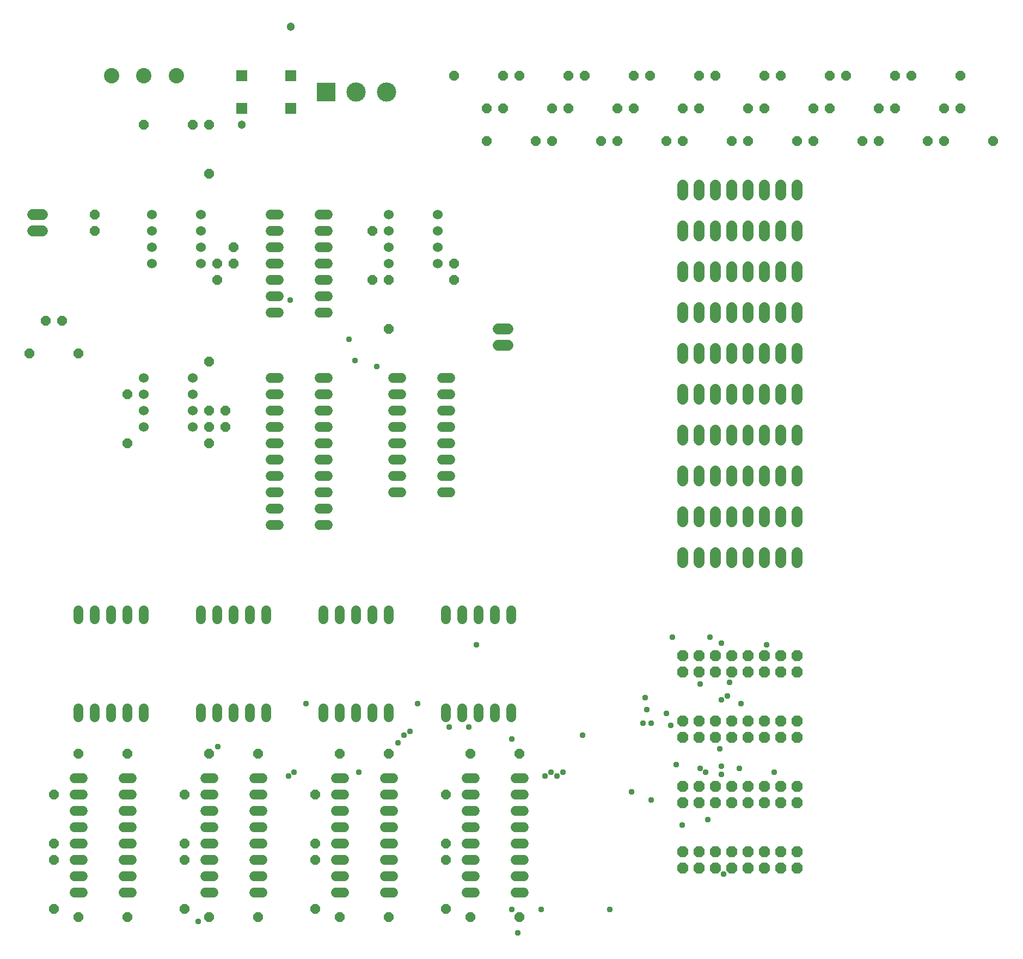
<source format=gbr>
G04 EAGLE Gerber RS-274X export*
G75*
%MOMM*%
%FSLAX34Y34*%
%LPD*%
%INSoldermask Top*%
%IPPOS*%
%AMOC8*
5,1,8,0,0,1.08239X$1,22.5*%
G01*
%ADD10P,1.649562X8X292.500000*%
%ADD11P,1.649562X8X202.500000*%
%ADD12P,1.649562X8X112.500000*%
%ADD13C,1.524000*%
%ADD14P,1.649562X8X22.500000*%
%ADD15C,1.524000*%
%ADD16C,2.387600*%
%ADD17R,1.703200X1.703200*%
%ADD18C,1.303200*%
%ADD19R,2.984500X2.984500*%
%ADD20C,2.984500*%
%ADD21C,1.727200*%
%ADD22P,1.869504X8X202.500000*%
%ADD23C,0.959600*%


D10*
X520700Y254000D03*
X520700Y177800D03*
D11*
X431800Y419100D03*
X355600Y419100D03*
D12*
X317500Y279400D03*
X317500Y355600D03*
X317500Y177800D03*
X317500Y254000D03*
D11*
X228600Y165100D03*
X152400Y165100D03*
X228600Y419100D03*
X152400Y419100D03*
D12*
X114300Y279400D03*
X114300Y355600D03*
X114300Y177800D03*
X114300Y254000D03*
X520700Y279400D03*
X520700Y355600D03*
D11*
X635000Y419100D03*
X558800Y419100D03*
D12*
X723900Y177800D03*
X723900Y254000D03*
D11*
X635000Y165100D03*
X558800Y165100D03*
D12*
X723900Y279400D03*
X723900Y355600D03*
D11*
X838200Y419100D03*
X762000Y419100D03*
X838200Y165100D03*
X762000Y165100D03*
X431800Y165100D03*
X355600Y165100D03*
D13*
X723900Y475996D02*
X723900Y489204D01*
X749300Y489204D02*
X749300Y475996D01*
X774700Y475996D02*
X774700Y489204D01*
X800100Y489204D02*
X800100Y475996D01*
X825500Y475996D02*
X825500Y489204D01*
X825500Y628396D02*
X825500Y641604D01*
X800100Y641604D02*
X800100Y628396D01*
X774700Y628396D02*
X774700Y641604D01*
X749300Y641604D02*
X749300Y628396D01*
X723900Y628396D02*
X723900Y641604D01*
X533400Y489204D02*
X533400Y475996D01*
X558800Y475996D02*
X558800Y489204D01*
X584200Y489204D02*
X584200Y475996D01*
X609600Y475996D02*
X609600Y489204D01*
X635000Y489204D02*
X635000Y475996D01*
X635000Y628396D02*
X635000Y641604D01*
X609600Y641604D02*
X609600Y628396D01*
X584200Y628396D02*
X584200Y641604D01*
X558800Y641604D02*
X558800Y628396D01*
X533400Y628396D02*
X533400Y641604D01*
X342900Y489204D02*
X342900Y475996D01*
X368300Y475996D02*
X368300Y489204D01*
X393700Y489204D02*
X393700Y475996D01*
X419100Y475996D02*
X419100Y489204D01*
X444500Y489204D02*
X444500Y475996D01*
X444500Y628396D02*
X444500Y641604D01*
X419100Y641604D02*
X419100Y628396D01*
X393700Y628396D02*
X393700Y641604D01*
X368300Y641604D02*
X368300Y628396D01*
X342900Y628396D02*
X342900Y641604D01*
X152400Y489204D02*
X152400Y475996D01*
X177800Y475996D02*
X177800Y489204D01*
X203200Y489204D02*
X203200Y475996D01*
X228600Y475996D02*
X228600Y489204D01*
X254000Y489204D02*
X254000Y475996D01*
X254000Y628396D02*
X254000Y641604D01*
X228600Y641604D02*
X228600Y628396D01*
X203200Y628396D02*
X203200Y641604D01*
X177800Y641604D02*
X177800Y628396D01*
X152400Y628396D02*
X152400Y641604D01*
X145796Y381000D02*
X159004Y381000D01*
X159004Y355600D02*
X145796Y355600D01*
X145796Y228600D02*
X159004Y228600D01*
X159004Y203200D02*
X145796Y203200D01*
X145796Y330200D02*
X159004Y330200D01*
X159004Y304800D02*
X145796Y304800D01*
X145796Y254000D02*
X159004Y254000D01*
X159004Y279400D02*
X145796Y279400D01*
X221996Y203200D02*
X235204Y203200D01*
X235204Y228600D02*
X221996Y228600D01*
X221996Y254000D02*
X235204Y254000D01*
X235204Y279400D02*
X221996Y279400D01*
X221996Y304800D02*
X235204Y304800D01*
X235204Y330200D02*
X221996Y330200D01*
X221996Y355600D02*
X235204Y355600D01*
X235204Y381000D02*
X221996Y381000D01*
X755396Y381000D02*
X768604Y381000D01*
X768604Y355600D02*
X755396Y355600D01*
X755396Y228600D02*
X768604Y228600D01*
X768604Y203200D02*
X755396Y203200D01*
X755396Y330200D02*
X768604Y330200D01*
X768604Y304800D02*
X755396Y304800D01*
X755396Y254000D02*
X768604Y254000D01*
X768604Y279400D02*
X755396Y279400D01*
X831596Y203200D02*
X844804Y203200D01*
X844804Y228600D02*
X831596Y228600D01*
X831596Y254000D02*
X844804Y254000D01*
X844804Y279400D02*
X831596Y279400D01*
X831596Y304800D02*
X844804Y304800D01*
X844804Y330200D02*
X831596Y330200D01*
X831596Y355600D02*
X844804Y355600D01*
X844804Y381000D02*
X831596Y381000D01*
X565404Y381000D02*
X552196Y381000D01*
X552196Y355600D02*
X565404Y355600D01*
X565404Y228600D02*
X552196Y228600D01*
X552196Y203200D02*
X565404Y203200D01*
X565404Y330200D02*
X552196Y330200D01*
X552196Y304800D02*
X565404Y304800D01*
X565404Y254000D02*
X552196Y254000D01*
X552196Y279400D02*
X565404Y279400D01*
X628396Y203200D02*
X641604Y203200D01*
X641604Y228600D02*
X628396Y228600D01*
X628396Y254000D02*
X641604Y254000D01*
X641604Y279400D02*
X628396Y279400D01*
X628396Y304800D02*
X641604Y304800D01*
X641604Y330200D02*
X628396Y330200D01*
X628396Y355600D02*
X641604Y355600D01*
X641604Y381000D02*
X628396Y381000D01*
X362204Y381000D02*
X348996Y381000D01*
X348996Y355600D02*
X362204Y355600D01*
X362204Y228600D02*
X348996Y228600D01*
X348996Y203200D02*
X362204Y203200D01*
X362204Y330200D02*
X348996Y330200D01*
X348996Y304800D02*
X362204Y304800D01*
X362204Y254000D02*
X348996Y254000D01*
X348996Y279400D02*
X362204Y279400D01*
X425196Y203200D02*
X438404Y203200D01*
X438404Y228600D02*
X425196Y228600D01*
X425196Y254000D02*
X438404Y254000D01*
X438404Y279400D02*
X425196Y279400D01*
X425196Y304800D02*
X438404Y304800D01*
X438404Y330200D02*
X425196Y330200D01*
X425196Y355600D02*
X438404Y355600D01*
X438404Y381000D02*
X425196Y381000D01*
D11*
X863600Y1371600D03*
X787400Y1371600D03*
D14*
X1498600Y1371600D03*
X1574800Y1371600D03*
X1397000Y1371600D03*
X1473200Y1371600D03*
X1295400Y1371600D03*
X1371600Y1371600D03*
X1193800Y1371600D03*
X1270000Y1371600D03*
D11*
X965200Y1371600D03*
X889000Y1371600D03*
X1066800Y1371600D03*
X990600Y1371600D03*
X1168400Y1371600D03*
X1092200Y1371600D03*
D14*
X787400Y1422400D03*
X812800Y1422400D03*
X889000Y1422400D03*
X914400Y1422400D03*
X990600Y1422400D03*
X1016000Y1422400D03*
X1092200Y1422400D03*
X1117600Y1422400D03*
X1193800Y1422400D03*
X1219200Y1422400D03*
X1295400Y1422400D03*
X1320800Y1422400D03*
X1397000Y1422400D03*
X1422400Y1422400D03*
X1498600Y1422400D03*
X1524000Y1422400D03*
X838200Y1473200D03*
X914400Y1473200D03*
X939800Y1473200D03*
X1016000Y1473200D03*
X1041400Y1473200D03*
X1117600Y1473200D03*
X1143000Y1473200D03*
X1219200Y1473200D03*
X1244600Y1473200D03*
X1320800Y1473200D03*
X1346200Y1473200D03*
X1422400Y1473200D03*
X1447800Y1473200D03*
X1524000Y1473200D03*
X736600Y1473200D03*
X812800Y1473200D03*
D12*
X177800Y1231900D03*
X177800Y1257300D03*
D10*
X393700Y1206500D03*
X393700Y1181100D03*
X368300Y1181100D03*
X368300Y1155700D03*
X355600Y927100D03*
X355600Y901700D03*
X381000Y952500D03*
X381000Y927100D03*
X736600Y1181100D03*
X736600Y1155700D03*
D13*
X463804Y1257300D02*
X450596Y1257300D01*
X450596Y1231900D02*
X463804Y1231900D01*
X463804Y1104900D02*
X450596Y1104900D01*
X526796Y1104900D02*
X540004Y1104900D01*
X463804Y1206500D02*
X450596Y1206500D01*
X450596Y1181100D02*
X463804Y1181100D01*
X463804Y1130300D02*
X450596Y1130300D01*
X450596Y1155700D02*
X463804Y1155700D01*
X526796Y1130300D02*
X540004Y1130300D01*
X540004Y1155700D02*
X526796Y1155700D01*
X526796Y1181100D02*
X540004Y1181100D01*
X540004Y1206500D02*
X526796Y1206500D01*
X526796Y1231900D02*
X540004Y1231900D01*
X540004Y1257300D02*
X526796Y1257300D01*
X463804Y1003300D02*
X450596Y1003300D01*
X450596Y977900D02*
X463804Y977900D01*
X463804Y850900D02*
X450596Y850900D01*
X450596Y825500D02*
X463804Y825500D01*
X463804Y952500D02*
X450596Y952500D01*
X450596Y927100D02*
X463804Y927100D01*
X463804Y876300D02*
X450596Y876300D01*
X450596Y901700D02*
X463804Y901700D01*
X463804Y800100D02*
X450596Y800100D01*
X450596Y774700D02*
X463804Y774700D01*
X526796Y774700D02*
X540004Y774700D01*
X540004Y800100D02*
X526796Y800100D01*
X526796Y825500D02*
X540004Y825500D01*
X540004Y850900D02*
X526796Y850900D01*
X526796Y876300D02*
X540004Y876300D01*
X540004Y901700D02*
X526796Y901700D01*
X526796Y927100D02*
X540004Y927100D01*
X540004Y952500D02*
X526796Y952500D01*
X526796Y977900D02*
X540004Y977900D01*
X540004Y1003300D02*
X526796Y1003300D01*
D15*
X254000Y1003300D03*
X254000Y977900D03*
X330200Y977900D03*
X330200Y1003300D03*
X254000Y952500D03*
X254000Y927100D03*
X330200Y952500D03*
X330200Y927100D03*
X635000Y1257300D03*
X635000Y1231900D03*
X711200Y1231900D03*
X711200Y1257300D03*
X635000Y1206500D03*
X635000Y1181100D03*
X711200Y1206500D03*
X711200Y1181100D03*
X266700Y1257300D03*
X266700Y1231900D03*
X342900Y1231900D03*
X342900Y1257300D03*
X266700Y1206500D03*
X266700Y1181100D03*
X342900Y1206500D03*
X342900Y1181100D03*
D13*
X641096Y1003300D02*
X654304Y1003300D01*
X654304Y977900D02*
X641096Y977900D01*
X641096Y850900D02*
X654304Y850900D01*
X654304Y825500D02*
X641096Y825500D01*
X641096Y952500D02*
X654304Y952500D01*
X654304Y927100D02*
X641096Y927100D01*
X641096Y876300D02*
X654304Y876300D01*
X654304Y901700D02*
X641096Y901700D01*
X717296Y825500D02*
X730504Y825500D01*
X730504Y850900D02*
X717296Y850900D01*
X717296Y876300D02*
X730504Y876300D01*
X730504Y901700D02*
X717296Y901700D01*
X717296Y927100D02*
X730504Y927100D01*
X730504Y952500D02*
X717296Y952500D01*
X717296Y977900D02*
X730504Y977900D01*
X730504Y1003300D02*
X717296Y1003300D01*
D11*
X127000Y1092200D03*
X101600Y1092200D03*
D10*
X355600Y1397000D03*
X355600Y1320800D03*
D11*
X152400Y1041400D03*
X76200Y1041400D03*
D14*
X254000Y1397000D03*
X330200Y1397000D03*
D10*
X228600Y977900D03*
X228600Y901700D03*
D12*
X355600Y952500D03*
X355600Y1028700D03*
D10*
X609600Y1231900D03*
X609600Y1155700D03*
X635000Y1155700D03*
X635000Y1079500D03*
D16*
X304000Y1473200D03*
X254000Y1473200D03*
X204000Y1473200D03*
D17*
X482600Y1422400D03*
X482600Y1473200D03*
X406400Y1473200D03*
X406400Y1422400D03*
D18*
X482600Y1549400D03*
X406400Y1397000D03*
D19*
X537210Y1447800D03*
D20*
X584200Y1447800D03*
X631190Y1447800D03*
D21*
X1092200Y1303020D02*
X1092200Y1287780D01*
X1117600Y1287780D02*
X1117600Y1303020D01*
X1143000Y1303020D02*
X1143000Y1287780D01*
X1168400Y1287780D02*
X1168400Y1303020D01*
X1193800Y1303020D02*
X1193800Y1287780D01*
X1219200Y1287780D02*
X1219200Y1303020D01*
X1244600Y1303020D02*
X1244600Y1287780D01*
X1270000Y1287780D02*
X1270000Y1303020D01*
X1092200Y1049020D02*
X1092200Y1033780D01*
X1117600Y1033780D02*
X1117600Y1049020D01*
X1143000Y1049020D02*
X1143000Y1033780D01*
X1168400Y1033780D02*
X1168400Y1049020D01*
X1193800Y1049020D02*
X1193800Y1033780D01*
X1219200Y1033780D02*
X1219200Y1049020D01*
X1244600Y1049020D02*
X1244600Y1033780D01*
X1270000Y1033780D02*
X1270000Y1049020D01*
D22*
X1270000Y571500D03*
X1270000Y546100D03*
X1244600Y571500D03*
X1244600Y546100D03*
X1219200Y571500D03*
X1219200Y546100D03*
X1193800Y571500D03*
X1193800Y546100D03*
X1168400Y571500D03*
X1168400Y546100D03*
X1143000Y571500D03*
X1143000Y546100D03*
X1117600Y571500D03*
X1117600Y546100D03*
X1092200Y571500D03*
X1092200Y546100D03*
X1270000Y469900D03*
X1270000Y444500D03*
X1244600Y469900D03*
X1244600Y444500D03*
X1219200Y469900D03*
X1219200Y444500D03*
X1193800Y469900D03*
X1193800Y444500D03*
X1168400Y469900D03*
X1168400Y444500D03*
X1143000Y469900D03*
X1143000Y444500D03*
X1117600Y469900D03*
X1117600Y444500D03*
X1092200Y469900D03*
X1092200Y444500D03*
X1270000Y368300D03*
X1270000Y342900D03*
X1244600Y368300D03*
X1244600Y342900D03*
X1219200Y368300D03*
X1219200Y342900D03*
X1193800Y368300D03*
X1193800Y342900D03*
X1168400Y368300D03*
X1168400Y342900D03*
X1143000Y368300D03*
X1143000Y342900D03*
X1117600Y368300D03*
X1117600Y342900D03*
X1092200Y368300D03*
X1092200Y342900D03*
X1270000Y266700D03*
X1270000Y241300D03*
X1244600Y266700D03*
X1244600Y241300D03*
X1219200Y266700D03*
X1219200Y241300D03*
X1193800Y266700D03*
X1193800Y241300D03*
X1168400Y266700D03*
X1168400Y241300D03*
X1143000Y266700D03*
X1143000Y241300D03*
X1117600Y266700D03*
X1117600Y241300D03*
X1092200Y266700D03*
X1092200Y241300D03*
D21*
X1092200Y1097280D02*
X1092200Y1112520D01*
X1117600Y1112520D02*
X1117600Y1097280D01*
X1143000Y1097280D02*
X1143000Y1112520D01*
X1168400Y1112520D02*
X1168400Y1097280D01*
X1193800Y1097280D02*
X1193800Y1112520D01*
X1219200Y1112520D02*
X1219200Y1097280D01*
X1244600Y1097280D02*
X1244600Y1112520D01*
X1270000Y1112520D02*
X1270000Y1097280D01*
X1092200Y1160780D02*
X1092200Y1176020D01*
X1117600Y1176020D02*
X1117600Y1160780D01*
X1143000Y1160780D02*
X1143000Y1176020D01*
X1168400Y1176020D02*
X1168400Y1160780D01*
X1193800Y1160780D02*
X1193800Y1176020D01*
X1219200Y1176020D02*
X1219200Y1160780D01*
X1244600Y1160780D02*
X1244600Y1176020D01*
X1270000Y1176020D02*
X1270000Y1160780D01*
X1092200Y1224280D02*
X1092200Y1239520D01*
X1117600Y1239520D02*
X1117600Y1224280D01*
X1143000Y1224280D02*
X1143000Y1239520D01*
X1168400Y1239520D02*
X1168400Y1224280D01*
X1193800Y1224280D02*
X1193800Y1239520D01*
X1219200Y1239520D02*
X1219200Y1224280D01*
X1244600Y1224280D02*
X1244600Y1239520D01*
X1270000Y1239520D02*
X1270000Y1224280D01*
X1092200Y731520D02*
X1092200Y716280D01*
X1117600Y716280D02*
X1117600Y731520D01*
X1143000Y731520D02*
X1143000Y716280D01*
X1168400Y716280D02*
X1168400Y731520D01*
X1193800Y731520D02*
X1193800Y716280D01*
X1219200Y716280D02*
X1219200Y731520D01*
X1244600Y731520D02*
X1244600Y716280D01*
X1270000Y716280D02*
X1270000Y731520D01*
X1092200Y779780D02*
X1092200Y795020D01*
X1117600Y795020D02*
X1117600Y779780D01*
X1143000Y779780D02*
X1143000Y795020D01*
X1168400Y795020D02*
X1168400Y779780D01*
X1193800Y779780D02*
X1193800Y795020D01*
X1219200Y795020D02*
X1219200Y779780D01*
X1244600Y779780D02*
X1244600Y795020D01*
X1270000Y795020D02*
X1270000Y779780D01*
X1092200Y843280D02*
X1092200Y858520D01*
X1117600Y858520D02*
X1117600Y843280D01*
X1143000Y843280D02*
X1143000Y858520D01*
X1168400Y858520D02*
X1168400Y843280D01*
X1193800Y843280D02*
X1193800Y858520D01*
X1219200Y858520D02*
X1219200Y843280D01*
X1244600Y843280D02*
X1244600Y858520D01*
X1270000Y858520D02*
X1270000Y843280D01*
X1092200Y906780D02*
X1092200Y922020D01*
X1117600Y922020D02*
X1117600Y906780D01*
X1143000Y906780D02*
X1143000Y922020D01*
X1168400Y922020D02*
X1168400Y906780D01*
X1193800Y906780D02*
X1193800Y922020D01*
X1219200Y922020D02*
X1219200Y906780D01*
X1244600Y906780D02*
X1244600Y922020D01*
X1270000Y922020D02*
X1270000Y906780D01*
X1092200Y970280D02*
X1092200Y985520D01*
X1117600Y985520D02*
X1117600Y970280D01*
X1143000Y970280D02*
X1143000Y985520D01*
X1168400Y985520D02*
X1168400Y970280D01*
X1193800Y970280D02*
X1193800Y985520D01*
X1219200Y985520D02*
X1219200Y970280D01*
X1244600Y970280D02*
X1244600Y985520D01*
X1270000Y985520D02*
X1270000Y970280D01*
X96520Y1231900D02*
X81280Y1231900D01*
X81280Y1257300D02*
X96520Y1257300D01*
X805180Y1079500D02*
X820420Y1079500D01*
X820420Y1054100D02*
X805180Y1054100D01*
D23*
X1155192Y231648D03*
X1234440Y390144D03*
X935736Y448056D03*
X1152144Y591312D03*
X505968Y496824D03*
X1222248Y588264D03*
X1066800Y481584D03*
X1182624Y496824D03*
X649224Y435864D03*
X728472Y460248D03*
X758952Y460248D03*
X826008Y441960D03*
X1152144Y387096D03*
X1152144Y399288D03*
X1152144Y502920D03*
X1149096Y426720D03*
X338328Y158496D03*
X835152Y140208D03*
X871728Y176784D03*
X1042416Y347472D03*
X1072896Y463296D03*
X1179576Y396240D03*
X679704Y496824D03*
X1127760Y390144D03*
X1164336Y530352D03*
X1161288Y509016D03*
X1075944Y600456D03*
X1133856Y600456D03*
X1042416Y466344D03*
X1118616Y527304D03*
X1130808Y316992D03*
X1118616Y396240D03*
X1030224Y466344D03*
X826008Y176784D03*
X1091184Y307848D03*
X978408Y176784D03*
X1033272Y505968D03*
X1011936Y359664D03*
X1082040Y402336D03*
X1036320Y487680D03*
X481584Y1124712D03*
X582168Y1030224D03*
X615696Y1021080D03*
X573024Y1063752D03*
X896112Y384048D03*
X905256Y390144D03*
X877824Y384048D03*
X886968Y390144D03*
X771144Y588264D03*
X658368Y448056D03*
X667512Y454152D03*
X588264Y390144D03*
X478536Y384048D03*
X487680Y390144D03*
X368808Y429768D03*
M02*

</source>
